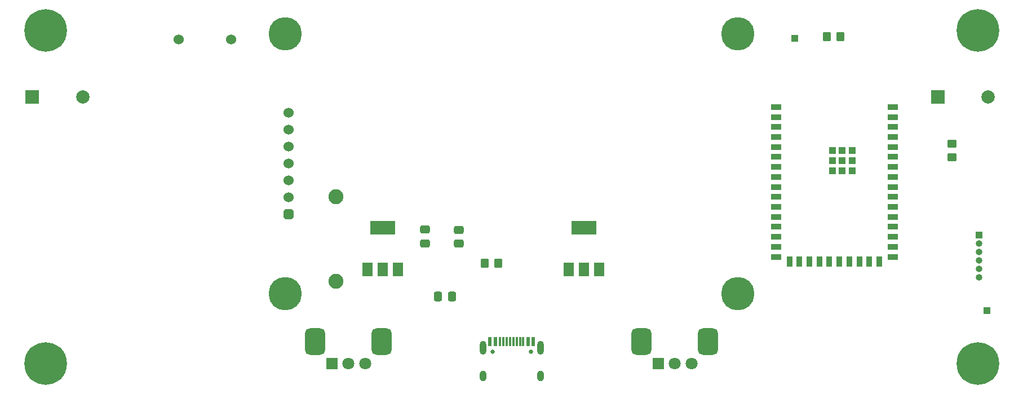
<source format=gbr>
%TF.GenerationSoftware,KiCad,Pcbnew,(6.0.4)*%
%TF.CreationDate,2022-11-06T13:58:30+01:00*%
%TF.ProjectId,GSP-1.0,4753502d-312e-4302-9e6b-696361645f70,rev?*%
%TF.SameCoordinates,Original*%
%TF.FileFunction,Soldermask,Bot*%
%TF.FilePolarity,Negative*%
%FSLAX46Y46*%
G04 Gerber Fmt 4.6, Leading zero omitted, Abs format (unit mm)*
G04 Created by KiCad (PCBNEW (6.0.4)) date 2022-11-06 13:58:30*
%MOMM*%
%LPD*%
G01*
G04 APERTURE LIST*
G04 Aperture macros list*
%AMRoundRect*
0 Rectangle with rounded corners*
0 $1 Rounding radius*
0 $2 $3 $4 $5 $6 $7 $8 $9 X,Y pos of 4 corners*
0 Add a 4 corners polygon primitive as box body*
4,1,4,$2,$3,$4,$5,$6,$7,$8,$9,$2,$3,0*
0 Add four circle primitives for the rounded corners*
1,1,$1+$1,$2,$3*
1,1,$1+$1,$4,$5*
1,1,$1+$1,$6,$7*
1,1,$1+$1,$8,$9*
0 Add four rect primitives between the rounded corners*
20,1,$1+$1,$2,$3,$4,$5,0*
20,1,$1+$1,$4,$5,$6,$7,0*
20,1,$1+$1,$6,$7,$8,$9,0*
20,1,$1+$1,$8,$9,$2,$3,0*%
%AMOutline5P*
0 Free polygon, 5 corners , with rotation*
0 The origin of the aperture is its center*
0 number of corners: always 5*
0 $1 to $10 corner X, Y*
0 $11 Rotation angle, in degrees counterclockwise*
0 create outline with 5 corners*
4,1,5,$1,$2,$3,$4,$5,$6,$7,$8,$9,$10,$1,$2,$11*%
%AMOutline6P*
0 Free polygon, 6 corners , with rotation*
0 The origin of the aperture is its center*
0 number of corners: always 6*
0 $1 to $12 corner X, Y*
0 $13 Rotation angle, in degrees counterclockwise*
0 create outline with 6 corners*
4,1,6,$1,$2,$3,$4,$5,$6,$7,$8,$9,$10,$11,$12,$1,$2,$13*%
%AMOutline7P*
0 Free polygon, 7 corners , with rotation*
0 The origin of the aperture is its center*
0 number of corners: always 7*
0 $1 to $14 corner X, Y*
0 $15 Rotation angle, in degrees counterclockwise*
0 create outline with 7 corners*
4,1,7,$1,$2,$3,$4,$5,$6,$7,$8,$9,$10,$11,$12,$13,$14,$1,$2,$15*%
%AMOutline8P*
0 Free polygon, 8 corners , with rotation*
0 The origin of the aperture is its center*
0 number of corners: always 8*
0 $1 to $16 corner X, Y*
0 $17 Rotation angle, in degrees counterclockwise*
0 create outline with 8 corners*
4,1,8,$1,$2,$3,$4,$5,$6,$7,$8,$9,$10,$11,$12,$13,$14,$15,$16,$1,$2,$17*%
G04 Aperture macros list end*
%ADD10RoundRect,0.250000X0.337500X0.475000X-0.337500X0.475000X-0.337500X-0.475000X0.337500X-0.475000X0*%
%ADD11R,1.000000X1.000000*%
%ADD12C,0.800000*%
%ADD13C,6.400000*%
%ADD14RoundRect,0.750000X-0.750000X1.250000X-0.750000X-1.250000X0.750000X-1.250000X0.750000X1.250000X0*%
%ADD15C,1.800000*%
%ADD16R,1.800000X1.800000*%
%ADD17C,2.000000*%
%ADD18R,2.000000X2.000000*%
%ADD19C,1.524000*%
%ADD20Outline8P,-0.762000X0.457200X-0.457200X0.762000X0.457200X0.762000X0.762000X0.457200X0.762000X-0.457200X0.457200X-0.762000X-0.457200X-0.762000X-0.762000X-0.457200X0.000000*%
%ADD21C,5.000000*%
%ADD22O,1.000000X1.000000*%
%ADD23RoundRect,0.250000X0.350000X0.450000X-0.350000X0.450000X-0.350000X-0.450000X0.350000X-0.450000X0*%
%ADD24R,1.500000X2.000000*%
%ADD25R,3.800000X2.000000*%
%ADD26RoundRect,0.250000X-0.475000X0.337500X-0.475000X-0.337500X0.475000X-0.337500X0.475000X0.337500X0*%
%ADD27RoundRect,0.250000X0.450000X-0.350000X0.450000X0.350000X-0.450000X0.350000X-0.450000X-0.350000X0*%
%ADD28O,1.000000X1.600000*%
%ADD29O,1.000000X2.100000*%
%ADD30R,0.600000X1.450000*%
%ADD31R,0.300000X1.450000*%
%ADD32C,0.650000*%
%ADD33C,2.250000*%
%ADD34R,1.100000X1.100000*%
%ADD35R,1.500000X0.900000*%
%ADD36R,0.900000X1.500000*%
G04 APERTURE END LIST*
D10*
%TO.C,C5*%
X138962500Y-120000000D03*
X141037500Y-120000000D03*
%TD*%
D11*
%TO.C,J_EN1*%
X192500000Y-81200000D03*
%TD*%
D12*
%TO.C,REF\u002A\u002A*%
X217600000Y-130000000D03*
X220000000Y-127600000D03*
X218302944Y-128302944D03*
X222400000Y-130000000D03*
X220000000Y-132400000D03*
X221697056Y-131697056D03*
X218302944Y-131697056D03*
D13*
X220000000Y-130000000D03*
D12*
X221697056Y-128302944D03*
%TD*%
%TO.C,REF\u002A\u002A*%
X220000000Y-82400000D03*
X222400000Y-80000000D03*
X221697056Y-78302944D03*
X221697056Y-81697056D03*
X218302944Y-81697056D03*
X220000000Y-77600000D03*
D13*
X220000000Y-80000000D03*
D12*
X217600000Y-80000000D03*
X218302944Y-78302944D03*
%TD*%
D14*
%TO.C,Volume2*%
X169500000Y-126700000D03*
X179500000Y-126700000D03*
D15*
X177000000Y-130000000D03*
X174500000Y-130000000D03*
D16*
X172000000Y-130000000D03*
%TD*%
D17*
%TO.C,BZ2*%
X221600000Y-90000000D03*
D18*
X214000000Y-90000000D03*
%TD*%
D19*
%TO.C,U2*%
X116480000Y-105080000D03*
X116480000Y-100000000D03*
X116480000Y-102540000D03*
X116480000Y-97460000D03*
D20*
X116480000Y-107620000D03*
D19*
X116480000Y-94920000D03*
X116480000Y-92380000D03*
D21*
X184000000Y-80500000D03*
X116000000Y-119500000D03*
X184000000Y-119500000D03*
X116000000Y-80500000D03*
%TD*%
D14*
%TO.C,Volume1*%
X130500000Y-126700000D03*
X120500000Y-126700000D03*
D15*
X128000000Y-130000000D03*
X125500000Y-130000000D03*
D16*
X123000000Y-130000000D03*
%TD*%
D17*
%TO.C,BZ1*%
X85600000Y-90000000D03*
D18*
X78000000Y-90000000D03*
%TD*%
D12*
%TO.C,REF\u002A\u002A*%
X81697056Y-131697056D03*
X78302944Y-131697056D03*
D13*
X80000000Y-130000000D03*
D12*
X82400000Y-130000000D03*
X81697056Y-128302944D03*
X77600000Y-130000000D03*
X80000000Y-127600000D03*
X78302944Y-128302944D03*
X80000000Y-132400000D03*
%TD*%
%TO.C,REF\u002A\u002A*%
X80000000Y-82400000D03*
X81697056Y-78302944D03*
X77600000Y-80000000D03*
X82400000Y-80000000D03*
X81697056Y-81697056D03*
X80000000Y-77600000D03*
X78302944Y-81697056D03*
D13*
X80000000Y-80000000D03*
D12*
X78302944Y-78302944D03*
%TD*%
D22*
%TO.C,J_UART1*%
X220210000Y-117050000D03*
X220210000Y-115780000D03*
X220210000Y-114510000D03*
X220210000Y-113240000D03*
X220210000Y-111970000D03*
D11*
X220210000Y-110700000D03*
%TD*%
%TO.C,J_IO_1*%
X221360000Y-122050000D03*
%TD*%
D23*
%TO.C,EN_Pull-up1*%
X197350000Y-80910000D03*
X199350000Y-80910000D03*
%TD*%
D24*
%TO.C,U4*%
X158550000Y-115940000D03*
X160850000Y-115940000D03*
D25*
X160850000Y-109640000D03*
D24*
X163150000Y-115940000D03*
%TD*%
D26*
%TO.C,C2*%
X137000000Y-111989404D03*
X137000000Y-109914404D03*
%TD*%
D23*
%TO.C,R14*%
X145970000Y-114980000D03*
X147970000Y-114980000D03*
%TD*%
D26*
%TO.C,C3*%
X142083426Y-112007416D03*
X142083426Y-109932416D03*
%TD*%
D19*
%TO.C,SW_PWR1*%
X99965000Y-81365000D03*
X107885000Y-81365000D03*
%TD*%
D27*
%TO.C,R4*%
X216100000Y-97040000D03*
X216100000Y-99040000D03*
%TD*%
D28*
%TO.C,J1*%
X145680000Y-131870000D03*
D29*
X145680000Y-127690000D03*
D28*
X154320000Y-131870000D03*
D29*
X154320000Y-127690000D03*
D30*
X153250000Y-126775000D03*
X152450000Y-126775000D03*
D31*
X151750000Y-126775000D03*
X150750000Y-126775000D03*
X149250000Y-126775000D03*
X148250000Y-126775000D03*
D30*
X147550000Y-126775000D03*
X146750000Y-126775000D03*
X146750000Y-126775000D03*
X147550000Y-126775000D03*
D31*
X148750000Y-126775000D03*
X149750000Y-126775000D03*
X150250000Y-126775000D03*
X151250000Y-126775000D03*
D30*
X152450000Y-126775000D03*
X153250000Y-126775000D03*
D32*
X147110000Y-128220000D03*
X152890000Y-128220000D03*
%TD*%
D33*
%TO.C,BT1*%
X123580000Y-105000000D03*
X123580000Y-117700000D03*
%TD*%
D34*
%TO.C,U1*%
X198157708Y-101048038D03*
X199657708Y-101048038D03*
X201157708Y-101048038D03*
X198157708Y-99548038D03*
X199657708Y-99548038D03*
X201157708Y-99548038D03*
X198157708Y-98048038D03*
X199657708Y-98048038D03*
X201157708Y-98048038D03*
D35*
X189717708Y-91498038D03*
X189717708Y-92998038D03*
X189717708Y-94498038D03*
X189717708Y-95998038D03*
X189717708Y-97498038D03*
X189717708Y-98998038D03*
X189717708Y-100498038D03*
X189717708Y-101998038D03*
X189717708Y-103498038D03*
X189717708Y-104998038D03*
X189717708Y-106498038D03*
X189717708Y-107998038D03*
X189717708Y-109498038D03*
X189717708Y-110998038D03*
X189717708Y-112498038D03*
X189717708Y-113998038D03*
D36*
X191717708Y-114748038D03*
X193217708Y-114748038D03*
X194717708Y-114748038D03*
X196217708Y-114748038D03*
X197717708Y-114748038D03*
X199217708Y-114748038D03*
X200717708Y-114748038D03*
X202217708Y-114748038D03*
X203717708Y-114748038D03*
X205217708Y-114748038D03*
D35*
X207217708Y-113998038D03*
X207217708Y-112498038D03*
X207217708Y-110998038D03*
X207217708Y-109498038D03*
X207217708Y-107998038D03*
X207217708Y-106498038D03*
X207217708Y-104998038D03*
X207217708Y-103498038D03*
X207217708Y-101998038D03*
X207217708Y-100498038D03*
X207217708Y-98998038D03*
X207217708Y-97498038D03*
X207217708Y-95998038D03*
X207217708Y-94498038D03*
X207217708Y-92998038D03*
X207217708Y-91498038D03*
%TD*%
D24*
%TO.C,U3*%
X128300000Y-115940000D03*
X130600000Y-115940000D03*
D25*
X130600000Y-109640000D03*
D24*
X132900000Y-115940000D03*
%TD*%
M02*

</source>
